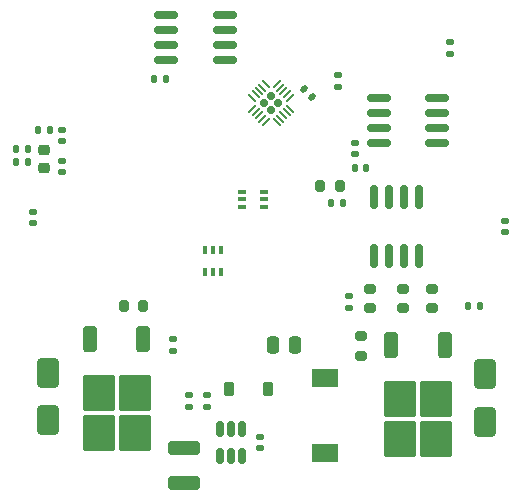
<source format=gtp>
%TF.GenerationSoftware,KiCad,Pcbnew,9.99.0-679-g5f620f0fa1*%
%TF.CreationDate,2025-04-01T17:44:36+06:00*%
%TF.ProjectId,hakko_station,68616b6b-6f5f-4737-9461-74696f6e2e6b,rev?*%
%TF.SameCoordinates,Original*%
%TF.FileFunction,Paste,Top*%
%TF.FilePolarity,Positive*%
%FSLAX46Y46*%
G04 Gerber Fmt 4.6, Leading zero omitted, Abs format (unit mm)*
G04 Created by KiCad (PCBNEW 9.99.0-679-g5f620f0fa1) date 2025-04-01 17:44:36*
%MOMM*%
%LPD*%
G01*
G04 APERTURE LIST*
G04 Aperture macros list*
%AMRoundRect*
0 Rectangle with rounded corners*
0 $1 Rounding radius*
0 $2 $3 $4 $5 $6 $7 $8 $9 X,Y pos of 4 corners*
0 Add a 4 corners polygon primitive as box body*
4,1,4,$2,$3,$4,$5,$6,$7,$8,$9,$2,$3,0*
0 Add four circle primitives for the rounded corners*
1,1,$1+$1,$2,$3*
1,1,$1+$1,$4,$5*
1,1,$1+$1,$6,$7*
1,1,$1+$1,$8,$9*
0 Add four rect primitives between the rounded corners*
20,1,$1+$1,$2,$3,$4,$5,0*
20,1,$1+$1,$4,$5,$6,$7,0*
20,1,$1+$1,$6,$7,$8,$9,0*
20,1,$1+$1,$8,$9,$2,$3,0*%
G04 Aperture macros list end*
%ADD10RoundRect,0.150000X-0.150000X0.512500X-0.150000X-0.512500X0.150000X-0.512500X0.150000X0.512500X0*%
%ADD11RoundRect,0.200000X0.200000X0.275000X-0.200000X0.275000X-0.200000X-0.275000X0.200000X-0.275000X0*%
%ADD12RoundRect,0.200000X0.275000X-0.200000X0.275000X0.200000X-0.275000X0.200000X-0.275000X-0.200000X0*%
%ADD13RoundRect,0.225000X-0.250000X0.225000X-0.250000X-0.225000X0.250000X-0.225000X0.250000X0.225000X0*%
%ADD14RoundRect,0.135000X-0.185000X0.135000X-0.185000X-0.135000X0.185000X-0.135000X0.185000X0.135000X0*%
%ADD15RoundRect,0.250000X-0.350000X0.850000X-0.350000X-0.850000X0.350000X-0.850000X0.350000X0.850000X0*%
%ADD16RoundRect,0.250000X-1.125000X1.275000X-1.125000X-1.275000X1.125000X-1.275000X1.125000X1.275000X0*%
%ADD17RoundRect,0.135000X0.185000X-0.135000X0.185000X0.135000X-0.185000X0.135000X-0.185000X-0.135000X0*%
%ADD18RoundRect,0.100000X-0.225000X-0.100000X0.225000X-0.100000X0.225000X0.100000X-0.225000X0.100000X0*%
%ADD19RoundRect,0.250000X1.100000X-0.325000X1.100000X0.325000X-1.100000X0.325000X-1.100000X-0.325000X0*%
%ADD20RoundRect,0.200000X-0.275000X0.200000X-0.275000X-0.200000X0.275000X-0.200000X0.275000X0.200000X0*%
%ADD21RoundRect,0.250000X0.650000X-1.000000X0.650000X1.000000X-0.650000X1.000000X-0.650000X-1.000000X0*%
%ADD22RoundRect,0.172500X0.243952X0.000000X0.000000X0.243952X-0.243952X0.000000X0.000000X-0.243952X0*%
%ADD23RoundRect,0.050000X0.300520X-0.229810X-0.229810X0.300520X-0.300520X0.229810X0.229810X-0.300520X0*%
%ADD24RoundRect,0.050000X0.300520X0.229810X0.229810X0.300520X-0.300520X-0.229810X-0.229810X-0.300520X0*%
%ADD25RoundRect,0.150000X-0.825000X-0.150000X0.825000X-0.150000X0.825000X0.150000X-0.825000X0.150000X0*%
%ADD26RoundRect,0.140000X0.140000X0.170000X-0.140000X0.170000X-0.140000X-0.170000X0.140000X-0.170000X0*%
%ADD27R,2.200000X1.500000*%
%ADD28RoundRect,0.200000X-0.200000X-0.275000X0.200000X-0.275000X0.200000X0.275000X-0.200000X0.275000X0*%
%ADD29RoundRect,0.150000X0.150000X-0.825000X0.150000X0.825000X-0.150000X0.825000X-0.150000X-0.825000X0*%
%ADD30RoundRect,0.140000X-0.170000X0.140000X-0.170000X-0.140000X0.170000X-0.140000X0.170000X0.140000X0*%
%ADD31RoundRect,0.225000X0.225000X0.375000X-0.225000X0.375000X-0.225000X-0.375000X0.225000X-0.375000X0*%
%ADD32RoundRect,0.140000X-0.219203X-0.021213X-0.021213X-0.219203X0.219203X0.021213X0.021213X0.219203X0*%
%ADD33RoundRect,0.100000X-0.100000X0.225000X-0.100000X-0.225000X0.100000X-0.225000X0.100000X0.225000X0*%
%ADD34RoundRect,0.135000X0.135000X0.185000X-0.135000X0.185000X-0.135000X-0.185000X0.135000X-0.185000X0*%
%ADD35RoundRect,0.135000X-0.135000X-0.185000X0.135000X-0.185000X0.135000X0.185000X-0.135000X0.185000X0*%
%ADD36RoundRect,0.250000X0.250000X0.475000X-0.250000X0.475000X-0.250000X-0.475000X0.250000X-0.475000X0*%
G04 APERTURE END LIST*
D10*
%TO.C,U1*%
X94950000Y-118112500D03*
X94000000Y-118112500D03*
X93050000Y-118112500D03*
X93050000Y-120387500D03*
X94000000Y-120387500D03*
X94950000Y-120387500D03*
%TD*%
D11*
%TO.C,R14*%
X103225000Y-97600000D03*
X101575000Y-97600000D03*
%TD*%
D12*
%TO.C,R3*%
X108600000Y-107925000D03*
X108600000Y-106275000D03*
%TD*%
D13*
%TO.C,C7*%
X78190000Y-94525000D03*
X78190000Y-96075000D03*
%TD*%
D14*
%TO.C,R9*%
X104000000Y-106905707D03*
X104000000Y-107925707D03*
%TD*%
D15*
%TO.C,Q1*%
X86607500Y-110500000D03*
D16*
X85852500Y-115125000D03*
X82802500Y-115125000D03*
X85852500Y-118475000D03*
X82802500Y-118475000D03*
D15*
X82047500Y-110500000D03*
%TD*%
D17*
%TO.C,R2*%
X92000000Y-116260000D03*
X92000000Y-115240000D03*
%TD*%
D18*
%TO.C,U4*%
X94950000Y-98050000D03*
X94950000Y-98700000D03*
X94950000Y-99350000D03*
X96850000Y-99350000D03*
X96850000Y-98700000D03*
X96850000Y-98050000D03*
%TD*%
D14*
%TO.C,R1*%
X90500000Y-115240000D03*
X90500000Y-116260000D03*
%TD*%
D19*
%TO.C,C2*%
X90000000Y-122725000D03*
X90000000Y-119775000D03*
%TD*%
D20*
%TO.C,R12*%
X105000000Y-110275000D03*
X105000000Y-111925000D03*
%TD*%
D14*
%TO.C,R16*%
X112600000Y-85390000D03*
X112600000Y-86410000D03*
%TD*%
D21*
%TO.C,D3*%
X115500000Y-117500000D03*
X115500000Y-113500000D03*
%TD*%
D12*
%TO.C,R6*%
X105800000Y-107925000D03*
X105800000Y-106275000D03*
%TD*%
D21*
%TO.C,D2*%
X78500000Y-117400000D03*
X78500000Y-113400000D03*
%TD*%
D17*
%TO.C,R7*%
X89100000Y-111520000D03*
X89100000Y-110500000D03*
%TD*%
D22*
%TO.C,U7*%
X97409010Y-91120209D03*
X97988838Y-90540381D03*
X96829182Y-90540381D03*
X97409010Y-89960553D03*
D23*
X97868629Y-92131371D03*
X98151472Y-91848529D03*
X98434315Y-91565686D03*
X98717158Y-91282843D03*
X99000000Y-91000000D03*
D24*
X99000000Y-90080762D03*
X98717158Y-89797919D03*
X98434315Y-89515076D03*
X98151472Y-89232233D03*
X97868629Y-88949391D03*
D23*
X96949391Y-88949391D03*
X96666548Y-89232233D03*
X96383705Y-89515076D03*
X96100862Y-89797919D03*
X95818020Y-90080762D03*
D24*
X95818020Y-91000000D03*
X96100862Y-91282843D03*
X96383705Y-91565686D03*
X96666548Y-91848529D03*
X96949391Y-92131371D03*
%TD*%
D25*
%TO.C,U5*%
X106525000Y-90095000D03*
X106525000Y-91365000D03*
X106525000Y-92635000D03*
X106525000Y-93905000D03*
X111475000Y-93905000D03*
X111475000Y-92635000D03*
X111475000Y-91365000D03*
X111475000Y-90095000D03*
%TD*%
D26*
%TO.C,C12*%
X88480000Y-88500000D03*
X87520000Y-88500000D03*
%TD*%
D27*
%TO.C,L1*%
X102000000Y-120200000D03*
X102000000Y-113800000D03*
%TD*%
D17*
%TO.C,R17*%
X103100000Y-89190000D03*
X103100000Y-88170000D03*
%TD*%
D28*
%TO.C,R4*%
X84950000Y-107700000D03*
X86600000Y-107700000D03*
%TD*%
D29*
%TO.C,U2*%
X106095000Y-103475000D03*
X107365000Y-103475000D03*
X108635000Y-103475000D03*
X109905000Y-103475000D03*
X109905000Y-98525000D03*
X108635000Y-98525000D03*
X107365000Y-98525000D03*
X106095000Y-98525000D03*
%TD*%
D30*
%TO.C,C11*%
X104500000Y-93920000D03*
X104500000Y-94880000D03*
%TD*%
%TO.C,C6*%
X79700000Y-92820000D03*
X79700000Y-93780000D03*
%TD*%
D31*
%TO.C,D1*%
X97150000Y-114750000D03*
X93850000Y-114750000D03*
%TD*%
D32*
%TO.C,C10*%
X100160589Y-89360589D03*
X100839411Y-90039411D03*
%TD*%
D26*
%TO.C,C8*%
X105480000Y-96000000D03*
X104520000Y-96000000D03*
%TD*%
D15*
%TO.C,Q2*%
X112107500Y-111000000D03*
D16*
X111352500Y-115625000D03*
X108302500Y-115625000D03*
X111352500Y-118975000D03*
X108302500Y-118975000D03*
D15*
X107547500Y-111000000D03*
%TD*%
D30*
%TO.C,C9*%
X79690000Y-95420000D03*
X79690000Y-96380000D03*
%TD*%
D33*
%TO.C,U3*%
X93150000Y-102950000D03*
X92500000Y-102950000D03*
X91850000Y-102950000D03*
X91850000Y-104850000D03*
X92500000Y-104850000D03*
X93150000Y-104850000D03*
%TD*%
D12*
%TO.C,R11*%
X111000000Y-107925000D03*
X111000000Y-106275000D03*
%TD*%
D30*
%TO.C,C4*%
X77250000Y-99770000D03*
X77250000Y-100730000D03*
%TD*%
%TO.C,C1*%
X96500000Y-118770000D03*
X96500000Y-119730000D03*
%TD*%
D34*
%TO.C,R5*%
X78710000Y-92800000D03*
X77690000Y-92800000D03*
%TD*%
D25*
%TO.C,U6*%
X88525000Y-83095000D03*
X88525000Y-84365000D03*
X88525000Y-85635000D03*
X88525000Y-86905000D03*
X93475000Y-86905000D03*
X93475000Y-85635000D03*
X93475000Y-84365000D03*
X93475000Y-83095000D03*
%TD*%
D34*
%TO.C,R13*%
X115110000Y-107700000D03*
X114090000Y-107700000D03*
%TD*%
D30*
%TO.C,C5*%
X117250000Y-100520000D03*
X117250000Y-101480000D03*
%TD*%
D35*
%TO.C,R15*%
X102490000Y-99000000D03*
X103510000Y-99000000D03*
%TD*%
D34*
%TO.C,R10*%
X76800000Y-95500000D03*
X75780000Y-95500000D03*
%TD*%
D35*
%TO.C,R8*%
X75790000Y-94400000D03*
X76810000Y-94400000D03*
%TD*%
D36*
%TO.C,C3*%
X99450000Y-111000000D03*
X97550000Y-111000000D03*
%TD*%
M02*

</source>
